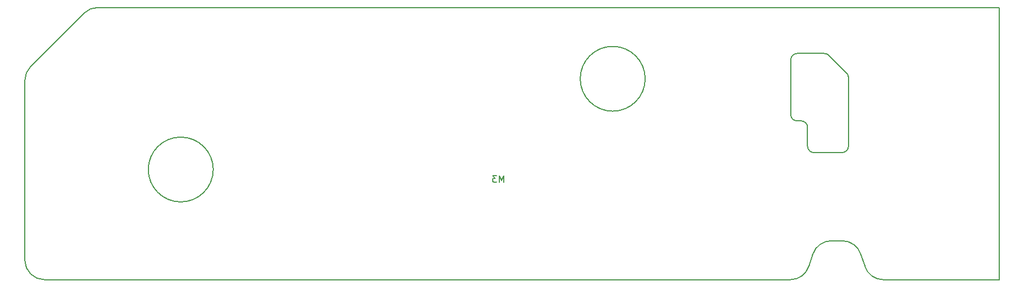
<source format=gbr>
%TF.GenerationSoftware,KiCad,Pcbnew,8.0.4*%
%TF.CreationDate,2024-09-24T16:35:55-04:00*%
%TF.ProjectId,cablight,6361626c-6967-4687-942e-6b696361645f,rev?*%
%TF.SameCoordinates,Original*%
%TF.FileFunction,Legend,Bot*%
%TF.FilePolarity,Positive*%
%FSLAX46Y46*%
G04 Gerber Fmt 4.6, Leading zero omitted, Abs format (unit mm)*
G04 Created by KiCad (PCBNEW 8.0.4) date 2024-09-24 16:35:55*
%MOMM*%
%LPD*%
G01*
G04 APERTURE LIST*
%ADD10C,0.150000*%
%TA.AperFunction,Profile*%
%ADD11C,0.150000*%
%TD*%
G04 APERTURE END LIST*
D10*
X183691523Y-106954819D02*
X183691523Y-105954819D01*
X183691523Y-105954819D02*
X183358190Y-106669104D01*
X183358190Y-106669104D02*
X183024857Y-105954819D01*
X183024857Y-105954819D02*
X183024857Y-106954819D01*
X182643904Y-105954819D02*
X182024857Y-105954819D01*
X182024857Y-105954819D02*
X182358190Y-106335771D01*
X182358190Y-106335771D02*
X182215333Y-106335771D01*
X182215333Y-106335771D02*
X182120095Y-106383390D01*
X182120095Y-106383390D02*
X182072476Y-106431009D01*
X182072476Y-106431009D02*
X182024857Y-106526247D01*
X182024857Y-106526247D02*
X182024857Y-106764342D01*
X182024857Y-106764342D02*
X182072476Y-106859580D01*
X182072476Y-106859580D02*
X182120095Y-106907200D01*
X182120095Y-106907200D02*
X182215333Y-106954819D01*
X182215333Y-106954819D02*
X182501047Y-106954819D01*
X182501047Y-106954819D02*
X182596285Y-106907200D01*
X182596285Y-106907200D02*
X182643904Y-106859580D01*
D11*
X236507626Y-90107196D02*
G75*
G02*
X236800012Y-90813783I-707626J-706604D01*
G01*
X233090251Y-87100000D02*
G75*
G02*
X233791964Y-87387492I49J-1000000D01*
G01*
X227900000Y-88100000D02*
G75*
G02*
X228900000Y-87100000I1000000J0D01*
G01*
X228900000Y-97500000D02*
G75*
G02*
X227900000Y-96500000I0J1000000D01*
G01*
X229500000Y-97500000D02*
G75*
G02*
X230500000Y-98500000I0J-1000000D01*
G01*
X231500000Y-102400000D02*
G75*
G02*
X230500000Y-101400000I0J1000000D01*
G01*
X236800000Y-101400000D02*
G75*
G02*
X235800000Y-102400000I-1000000J0D01*
G01*
X233090251Y-87100000D02*
X228900000Y-87100000D01*
X229500000Y-97500000D02*
X228900000Y-97500000D01*
X227900000Y-88100000D02*
X227900000Y-96500000D01*
X236507626Y-90107196D02*
X233791940Y-87387516D01*
X205500000Y-91000000D02*
G75*
G02*
X195500000Y-91000000I-5000000J0D01*
G01*
X195500000Y-91000000D02*
G75*
G02*
X205500000Y-91000000I5000000J0D01*
G01*
X139000000Y-105000000D02*
G75*
G02*
X129000000Y-105000000I-5000000J0D01*
G01*
X129000000Y-105000000D02*
G75*
G02*
X139000000Y-105000000I5000000J0D01*
G01*
X235837722Y-116000000D02*
G75*
G02*
X238683752Y-118051324I-22J-3000000D01*
G01*
X234162278Y-116000000D02*
X235837722Y-116000000D01*
X238683772Y-118051317D02*
X239316228Y-119948683D01*
X242162277Y-122000000D02*
X260000000Y-122000000D01*
X113000000Y-122000000D02*
G75*
G02*
X110000000Y-119000000I0J3000000D01*
G01*
X231316228Y-118051317D02*
G75*
G02*
X234162278Y-115999979I2846072J-948683D01*
G01*
X227837723Y-122000000D02*
X113000000Y-122000000D01*
X260000000Y-80000000D02*
X260000000Y-122000000D01*
X121242641Y-80000000D02*
X260000000Y-80000000D01*
X242162277Y-122000000D02*
G75*
G02*
X239316183Y-119948698I23J3000100D01*
G01*
X110000000Y-91242641D02*
G75*
G02*
X110878701Y-89121341I2999800J41D01*
G01*
X230683772Y-119948683D02*
X231316228Y-118051317D01*
X119121321Y-80878679D02*
G75*
G02*
X121242641Y-80000017I2121379J-2121521D01*
G01*
X110878680Y-89121320D02*
X119121321Y-80878679D01*
X230683772Y-119948683D02*
G75*
G02*
X227837723Y-122000021I-2846072J948683D01*
G01*
X110000000Y-119000000D02*
X110000000Y-91242641D01*
X230500000Y-98500000D02*
X230500000Y-101400000D01*
X235800000Y-102400000D02*
X231500000Y-102400000D01*
X236800000Y-90813783D02*
X236800000Y-101400000D01*
M02*

</source>
